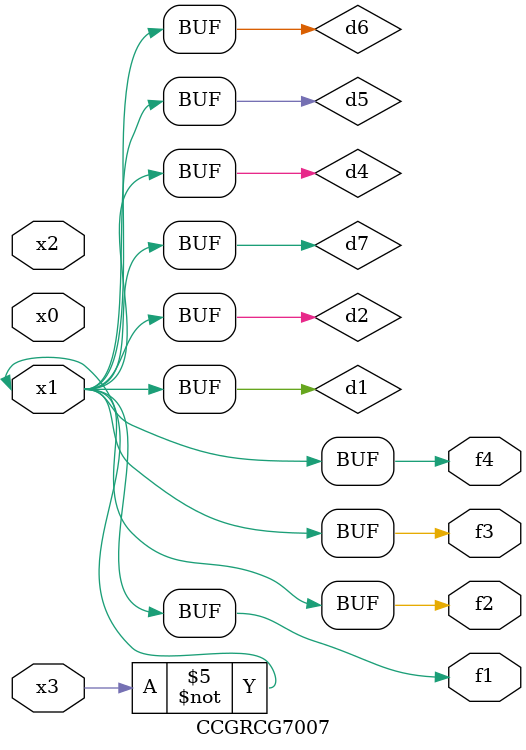
<source format=v>
module CCGRCG7007(
	input x0, x1, x2, x3,
	output f1, f2, f3, f4
);

	wire d1, d2, d3, d4, d5, d6, d7;

	not (d1, x3);
	buf (d2, x1);
	xnor (d3, d1, d2);
	nor (d4, d1);
	buf (d5, d1, d2);
	buf (d6, d4, d5);
	nand (d7, d4);
	assign f1 = d6;
	assign f2 = d7;
	assign f3 = d6;
	assign f4 = d6;
endmodule

</source>
